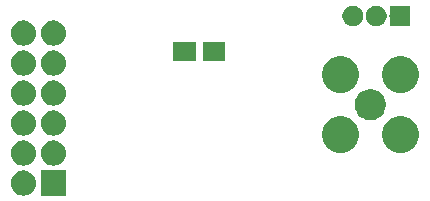
<source format=gbr>
%TF.GenerationSoftware,KiCad,Pcbnew,5.0.1+dfsg1-3~bpo9+1*%
%TF.CreationDate,2018-11-26T19:57:12+01:00*%
%TF.ProjectId,LoRa_PMOD,4C6F52615F504D4F442E6B696361645F,rev?*%
%TF.SameCoordinates,Original*%
%TF.FileFunction,Soldermask,Bot*%
%TF.FilePolarity,Negative*%
%FSLAX46Y46*%
G04 Gerber Fmt 4.6, Leading zero omitted, Abs format (unit mm)*
G04 Created by KiCad (PCBNEW 5.0.1+dfsg1-3~bpo9+1) date Mon 26 Nov 2018 07:57:12 PM CET*
%MOMM*%
%LPD*%
G01*
G04 APERTURE LIST*
%ADD10C,0.100000*%
G04 APERTURE END LIST*
D10*
G36*
X101728600Y-118208600D02*
X99601400Y-118208600D01*
X99601400Y-116081400D01*
X101728600Y-116081400D01*
X101728600Y-118208600D01*
X101728600Y-118208600D01*
G37*
G36*
X98333503Y-116096789D02*
X98533991Y-116157607D01*
X98718764Y-116256369D01*
X98880718Y-116389282D01*
X99013631Y-116551236D01*
X99112393Y-116736009D01*
X99173211Y-116936497D01*
X99193746Y-117145000D01*
X99173211Y-117353503D01*
X99112393Y-117553991D01*
X99013631Y-117738764D01*
X98880718Y-117900718D01*
X98718764Y-118033631D01*
X98533991Y-118132393D01*
X98333503Y-118193211D01*
X98177251Y-118208600D01*
X98072749Y-118208600D01*
X97916497Y-118193211D01*
X97716009Y-118132393D01*
X97531236Y-118033631D01*
X97369282Y-117900718D01*
X97236369Y-117738764D01*
X97137607Y-117553991D01*
X97076789Y-117353503D01*
X97056254Y-117145000D01*
X97076789Y-116936497D01*
X97137607Y-116736009D01*
X97236369Y-116551236D01*
X97369282Y-116389282D01*
X97531236Y-116256369D01*
X97716009Y-116157607D01*
X97916497Y-116096789D01*
X98072749Y-116081400D01*
X98177251Y-116081400D01*
X98333503Y-116096789D01*
X98333503Y-116096789D01*
G37*
G36*
X100873503Y-113556789D02*
X101073991Y-113617607D01*
X101258764Y-113716369D01*
X101420718Y-113849282D01*
X101553631Y-114011236D01*
X101652393Y-114196009D01*
X101713211Y-114396497D01*
X101733746Y-114605000D01*
X101713211Y-114813503D01*
X101652393Y-115013991D01*
X101553631Y-115198764D01*
X101420718Y-115360718D01*
X101258764Y-115493631D01*
X101073991Y-115592393D01*
X100873503Y-115653211D01*
X100717251Y-115668600D01*
X100612749Y-115668600D01*
X100456497Y-115653211D01*
X100256009Y-115592393D01*
X100071236Y-115493631D01*
X99909282Y-115360718D01*
X99776369Y-115198764D01*
X99677607Y-115013991D01*
X99616789Y-114813503D01*
X99596254Y-114605000D01*
X99616789Y-114396497D01*
X99677607Y-114196009D01*
X99776369Y-114011236D01*
X99909282Y-113849282D01*
X100071236Y-113716369D01*
X100256009Y-113617607D01*
X100456497Y-113556789D01*
X100612749Y-113541400D01*
X100717251Y-113541400D01*
X100873503Y-113556789D01*
X100873503Y-113556789D01*
G37*
G36*
X98333503Y-113556789D02*
X98533991Y-113617607D01*
X98718764Y-113716369D01*
X98880718Y-113849282D01*
X99013631Y-114011236D01*
X99112393Y-114196009D01*
X99173211Y-114396497D01*
X99193746Y-114605000D01*
X99173211Y-114813503D01*
X99112393Y-115013991D01*
X99013631Y-115198764D01*
X98880718Y-115360718D01*
X98718764Y-115493631D01*
X98533991Y-115592393D01*
X98333503Y-115653211D01*
X98177251Y-115668600D01*
X98072749Y-115668600D01*
X97916497Y-115653211D01*
X97716009Y-115592393D01*
X97531236Y-115493631D01*
X97369282Y-115360718D01*
X97236369Y-115198764D01*
X97137607Y-115013991D01*
X97076789Y-114813503D01*
X97056254Y-114605000D01*
X97076789Y-114396497D01*
X97137607Y-114196009D01*
X97236369Y-114011236D01*
X97369282Y-113849282D01*
X97531236Y-113716369D01*
X97716009Y-113617607D01*
X97916497Y-113556789D01*
X98072749Y-113541400D01*
X98177251Y-113541400D01*
X98333503Y-113556789D01*
X98333503Y-113556789D01*
G37*
G36*
X125190462Y-111485083D02*
X125417952Y-111530334D01*
X125703674Y-111648684D01*
X125960817Y-111820501D01*
X126179499Y-112039183D01*
X126351316Y-112296326D01*
X126469666Y-112582048D01*
X126530000Y-112885368D01*
X126530000Y-113194632D01*
X126469666Y-113497952D01*
X126351316Y-113783674D01*
X126179499Y-114040817D01*
X125960817Y-114259499D01*
X125703674Y-114431316D01*
X125417952Y-114549666D01*
X125190462Y-114594917D01*
X125114633Y-114610000D01*
X124805367Y-114610000D01*
X124729538Y-114594917D01*
X124502048Y-114549666D01*
X124216326Y-114431316D01*
X123959183Y-114259499D01*
X123740501Y-114040817D01*
X123568684Y-113783674D01*
X123450334Y-113497952D01*
X123390000Y-113194632D01*
X123390000Y-112885368D01*
X123450334Y-112582048D01*
X123568684Y-112296326D01*
X123740501Y-112039183D01*
X123959183Y-111820501D01*
X124216326Y-111648684D01*
X124502048Y-111530334D01*
X124729538Y-111485083D01*
X124805367Y-111470000D01*
X125114633Y-111470000D01*
X125190462Y-111485083D01*
X125190462Y-111485083D01*
G37*
G36*
X130270462Y-111485083D02*
X130497952Y-111530334D01*
X130783674Y-111648684D01*
X131040817Y-111820501D01*
X131259499Y-112039183D01*
X131431316Y-112296326D01*
X131549666Y-112582048D01*
X131610000Y-112885368D01*
X131610000Y-113194632D01*
X131549666Y-113497952D01*
X131431316Y-113783674D01*
X131259499Y-114040817D01*
X131040817Y-114259499D01*
X130783674Y-114431316D01*
X130497952Y-114549666D01*
X130270462Y-114594917D01*
X130194633Y-114610000D01*
X129885367Y-114610000D01*
X129809538Y-114594917D01*
X129582048Y-114549666D01*
X129296326Y-114431316D01*
X129039183Y-114259499D01*
X128820501Y-114040817D01*
X128648684Y-113783674D01*
X128530334Y-113497952D01*
X128470000Y-113194632D01*
X128470000Y-112885368D01*
X128530334Y-112582048D01*
X128648684Y-112296326D01*
X128820501Y-112039183D01*
X129039183Y-111820501D01*
X129296326Y-111648684D01*
X129582048Y-111530334D01*
X129809538Y-111485083D01*
X129885367Y-111470000D01*
X130194633Y-111470000D01*
X130270462Y-111485083D01*
X130270462Y-111485083D01*
G37*
G36*
X100873503Y-111016789D02*
X101073991Y-111077607D01*
X101258764Y-111176369D01*
X101420718Y-111309282D01*
X101553631Y-111471236D01*
X101652393Y-111656009D01*
X101713211Y-111856497D01*
X101733746Y-112065000D01*
X101713211Y-112273503D01*
X101652393Y-112473991D01*
X101553631Y-112658764D01*
X101420718Y-112820718D01*
X101258764Y-112953631D01*
X101073991Y-113052393D01*
X100873503Y-113113211D01*
X100717251Y-113128600D01*
X100612749Y-113128600D01*
X100456497Y-113113211D01*
X100256009Y-113052393D01*
X100071236Y-112953631D01*
X99909282Y-112820718D01*
X99776369Y-112658764D01*
X99677607Y-112473991D01*
X99616789Y-112273503D01*
X99596254Y-112065000D01*
X99616789Y-111856497D01*
X99677607Y-111656009D01*
X99776369Y-111471236D01*
X99909282Y-111309282D01*
X100071236Y-111176369D01*
X100256009Y-111077607D01*
X100456497Y-111016789D01*
X100612749Y-111001400D01*
X100717251Y-111001400D01*
X100873503Y-111016789D01*
X100873503Y-111016789D01*
G37*
G36*
X98333503Y-111016789D02*
X98533991Y-111077607D01*
X98718764Y-111176369D01*
X98880718Y-111309282D01*
X99013631Y-111471236D01*
X99112393Y-111656009D01*
X99173211Y-111856497D01*
X99193746Y-112065000D01*
X99173211Y-112273503D01*
X99112393Y-112473991D01*
X99013631Y-112658764D01*
X98880718Y-112820718D01*
X98718764Y-112953631D01*
X98533991Y-113052393D01*
X98333503Y-113113211D01*
X98177251Y-113128600D01*
X98072749Y-113128600D01*
X97916497Y-113113211D01*
X97716009Y-113052393D01*
X97531236Y-112953631D01*
X97369282Y-112820718D01*
X97236369Y-112658764D01*
X97137607Y-112473991D01*
X97076789Y-112273503D01*
X97056254Y-112065000D01*
X97076789Y-111856497D01*
X97137607Y-111656009D01*
X97236369Y-111471236D01*
X97369282Y-111309282D01*
X97531236Y-111176369D01*
X97716009Y-111077607D01*
X97916497Y-111016789D01*
X98072749Y-111001400D01*
X98177251Y-111001400D01*
X98333503Y-111016789D01*
X98333503Y-111016789D01*
G37*
G36*
X127885029Y-109230726D02*
X128125253Y-109330230D01*
X128125255Y-109330231D01*
X128333934Y-109469666D01*
X128341454Y-109474691D01*
X128525309Y-109658546D01*
X128669770Y-109874747D01*
X128769274Y-110114971D01*
X128820000Y-110369990D01*
X128820000Y-110630010D01*
X128769274Y-110885029D01*
X128669770Y-111125253D01*
X128669769Y-111125255D01*
X128635615Y-111176370D01*
X128525309Y-111341454D01*
X128341454Y-111525309D01*
X128341451Y-111525311D01*
X128125255Y-111669769D01*
X128125254Y-111669770D01*
X128125253Y-111669770D01*
X127885029Y-111769274D01*
X127630010Y-111820000D01*
X127369990Y-111820000D01*
X127114971Y-111769274D01*
X126874747Y-111669770D01*
X126874746Y-111669770D01*
X126874745Y-111669769D01*
X126658549Y-111525311D01*
X126658546Y-111525309D01*
X126474691Y-111341454D01*
X126364385Y-111176370D01*
X126330231Y-111125255D01*
X126330230Y-111125253D01*
X126230726Y-110885029D01*
X126180000Y-110630010D01*
X126180000Y-110369990D01*
X126230726Y-110114971D01*
X126330230Y-109874747D01*
X126474691Y-109658546D01*
X126658546Y-109474691D01*
X126666066Y-109469666D01*
X126874745Y-109330231D01*
X126874747Y-109330230D01*
X127114971Y-109230726D01*
X127369990Y-109180000D01*
X127630010Y-109180000D01*
X127885029Y-109230726D01*
X127885029Y-109230726D01*
G37*
G36*
X98333503Y-108476789D02*
X98533991Y-108537607D01*
X98718764Y-108636369D01*
X98880718Y-108769282D01*
X99013631Y-108931236D01*
X99112393Y-109116009D01*
X99173211Y-109316497D01*
X99193746Y-109525000D01*
X99173211Y-109733503D01*
X99112393Y-109933991D01*
X99013631Y-110118764D01*
X98880718Y-110280718D01*
X98718764Y-110413631D01*
X98533991Y-110512393D01*
X98333503Y-110573211D01*
X98177251Y-110588600D01*
X98072749Y-110588600D01*
X97916497Y-110573211D01*
X97716009Y-110512393D01*
X97531236Y-110413631D01*
X97369282Y-110280718D01*
X97236369Y-110118764D01*
X97137607Y-109933991D01*
X97076789Y-109733503D01*
X97056254Y-109525000D01*
X97076789Y-109316497D01*
X97137607Y-109116009D01*
X97236369Y-108931236D01*
X97369282Y-108769282D01*
X97531236Y-108636369D01*
X97716009Y-108537607D01*
X97916497Y-108476789D01*
X98072749Y-108461400D01*
X98177251Y-108461400D01*
X98333503Y-108476789D01*
X98333503Y-108476789D01*
G37*
G36*
X100873503Y-108476789D02*
X101073991Y-108537607D01*
X101258764Y-108636369D01*
X101420718Y-108769282D01*
X101553631Y-108931236D01*
X101652393Y-109116009D01*
X101713211Y-109316497D01*
X101733746Y-109525000D01*
X101713211Y-109733503D01*
X101652393Y-109933991D01*
X101553631Y-110118764D01*
X101420718Y-110280718D01*
X101258764Y-110413631D01*
X101073991Y-110512393D01*
X100873503Y-110573211D01*
X100717251Y-110588600D01*
X100612749Y-110588600D01*
X100456497Y-110573211D01*
X100256009Y-110512393D01*
X100071236Y-110413631D01*
X99909282Y-110280718D01*
X99776369Y-110118764D01*
X99677607Y-109933991D01*
X99616789Y-109733503D01*
X99596254Y-109525000D01*
X99616789Y-109316497D01*
X99677607Y-109116009D01*
X99776369Y-108931236D01*
X99909282Y-108769282D01*
X100071236Y-108636369D01*
X100256009Y-108537607D01*
X100456497Y-108476789D01*
X100612749Y-108461400D01*
X100717251Y-108461400D01*
X100873503Y-108476789D01*
X100873503Y-108476789D01*
G37*
G36*
X125190462Y-106405084D02*
X125417952Y-106450334D01*
X125703674Y-106568684D01*
X125960817Y-106740501D01*
X126179499Y-106959183D01*
X126351316Y-107216326D01*
X126469666Y-107502048D01*
X126530000Y-107805368D01*
X126530000Y-108114632D01*
X126469666Y-108417952D01*
X126351316Y-108703674D01*
X126179499Y-108960817D01*
X125960817Y-109179499D01*
X125703674Y-109351316D01*
X125417952Y-109469666D01*
X125190462Y-109514917D01*
X125114633Y-109530000D01*
X124805367Y-109530000D01*
X124729538Y-109514917D01*
X124502048Y-109469666D01*
X124216326Y-109351316D01*
X123959183Y-109179499D01*
X123740501Y-108960817D01*
X123568684Y-108703674D01*
X123450334Y-108417952D01*
X123390000Y-108114632D01*
X123390000Y-107805368D01*
X123450334Y-107502048D01*
X123568684Y-107216326D01*
X123740501Y-106959183D01*
X123959183Y-106740501D01*
X124216326Y-106568684D01*
X124502048Y-106450334D01*
X124729538Y-106405084D01*
X124805367Y-106390000D01*
X125114633Y-106390000D01*
X125190462Y-106405084D01*
X125190462Y-106405084D01*
G37*
G36*
X130270462Y-106405084D02*
X130497952Y-106450334D01*
X130783674Y-106568684D01*
X131040817Y-106740501D01*
X131259499Y-106959183D01*
X131431316Y-107216326D01*
X131549666Y-107502048D01*
X131610000Y-107805368D01*
X131610000Y-108114632D01*
X131549666Y-108417952D01*
X131431316Y-108703674D01*
X131259499Y-108960817D01*
X131040817Y-109179499D01*
X130783674Y-109351316D01*
X130497952Y-109469666D01*
X130270462Y-109514917D01*
X130194633Y-109530000D01*
X129885367Y-109530000D01*
X129809538Y-109514917D01*
X129582048Y-109469666D01*
X129296326Y-109351316D01*
X129039183Y-109179499D01*
X128820501Y-108960817D01*
X128648684Y-108703674D01*
X128530334Y-108417952D01*
X128470000Y-108114632D01*
X128470000Y-107805368D01*
X128530334Y-107502048D01*
X128648684Y-107216326D01*
X128820501Y-106959183D01*
X129039183Y-106740501D01*
X129296326Y-106568684D01*
X129582048Y-106450334D01*
X129809538Y-106405084D01*
X129885367Y-106390000D01*
X130194633Y-106390000D01*
X130270462Y-106405084D01*
X130270462Y-106405084D01*
G37*
G36*
X100873503Y-105936789D02*
X101073991Y-105997607D01*
X101258764Y-106096369D01*
X101420718Y-106229282D01*
X101553631Y-106391236D01*
X101652393Y-106576009D01*
X101713211Y-106776497D01*
X101733746Y-106985000D01*
X101713211Y-107193503D01*
X101652393Y-107393991D01*
X101553631Y-107578764D01*
X101420718Y-107740718D01*
X101258764Y-107873631D01*
X101073991Y-107972393D01*
X100873503Y-108033211D01*
X100717251Y-108048600D01*
X100612749Y-108048600D01*
X100456497Y-108033211D01*
X100256009Y-107972393D01*
X100071236Y-107873631D01*
X99909282Y-107740718D01*
X99776369Y-107578764D01*
X99677607Y-107393991D01*
X99616789Y-107193503D01*
X99596254Y-106985000D01*
X99616789Y-106776497D01*
X99677607Y-106576009D01*
X99776369Y-106391236D01*
X99909282Y-106229282D01*
X100071236Y-106096369D01*
X100256009Y-105997607D01*
X100456497Y-105936789D01*
X100612749Y-105921400D01*
X100717251Y-105921400D01*
X100873503Y-105936789D01*
X100873503Y-105936789D01*
G37*
G36*
X98333503Y-105936789D02*
X98533991Y-105997607D01*
X98718764Y-106096369D01*
X98880718Y-106229282D01*
X99013631Y-106391236D01*
X99112393Y-106576009D01*
X99173211Y-106776497D01*
X99193746Y-106985000D01*
X99173211Y-107193503D01*
X99112393Y-107393991D01*
X99013631Y-107578764D01*
X98880718Y-107740718D01*
X98718764Y-107873631D01*
X98533991Y-107972393D01*
X98333503Y-108033211D01*
X98177251Y-108048600D01*
X98072749Y-108048600D01*
X97916497Y-108033211D01*
X97716009Y-107972393D01*
X97531236Y-107873631D01*
X97369282Y-107740718D01*
X97236369Y-107578764D01*
X97137607Y-107393991D01*
X97076789Y-107193503D01*
X97056254Y-106985000D01*
X97076789Y-106776497D01*
X97137607Y-106576009D01*
X97236369Y-106391236D01*
X97369282Y-106229282D01*
X97531236Y-106096369D01*
X97716009Y-105997607D01*
X97916497Y-105936789D01*
X98072749Y-105921400D01*
X98177251Y-105921400D01*
X98333503Y-105936789D01*
X98333503Y-105936789D01*
G37*
G36*
X112700000Y-106825000D02*
X110800000Y-106825000D01*
X110800000Y-105175000D01*
X112700000Y-105175000D01*
X112700000Y-106825000D01*
X112700000Y-106825000D01*
G37*
G36*
X115200000Y-106825000D02*
X113300000Y-106825000D01*
X113300000Y-105175000D01*
X115200000Y-105175000D01*
X115200000Y-106825000D01*
X115200000Y-106825000D01*
G37*
G36*
X98333503Y-103396789D02*
X98533991Y-103457607D01*
X98718764Y-103556369D01*
X98880718Y-103689282D01*
X99013631Y-103851236D01*
X99112393Y-104036009D01*
X99173211Y-104236497D01*
X99193746Y-104445000D01*
X99173211Y-104653503D01*
X99112393Y-104853991D01*
X99013631Y-105038764D01*
X98880718Y-105200718D01*
X98718764Y-105333631D01*
X98533991Y-105432393D01*
X98333503Y-105493211D01*
X98177251Y-105508600D01*
X98072749Y-105508600D01*
X97916497Y-105493211D01*
X97716009Y-105432393D01*
X97531236Y-105333631D01*
X97369282Y-105200718D01*
X97236369Y-105038764D01*
X97137607Y-104853991D01*
X97076789Y-104653503D01*
X97056254Y-104445000D01*
X97076789Y-104236497D01*
X97137607Y-104036009D01*
X97236369Y-103851236D01*
X97369282Y-103689282D01*
X97531236Y-103556369D01*
X97716009Y-103457607D01*
X97916497Y-103396789D01*
X98072749Y-103381400D01*
X98177251Y-103381400D01*
X98333503Y-103396789D01*
X98333503Y-103396789D01*
G37*
G36*
X100873503Y-103396789D02*
X101073991Y-103457607D01*
X101258764Y-103556369D01*
X101420718Y-103689282D01*
X101553631Y-103851236D01*
X101652393Y-104036009D01*
X101713211Y-104236497D01*
X101733746Y-104445000D01*
X101713211Y-104653503D01*
X101652393Y-104853991D01*
X101553631Y-105038764D01*
X101420718Y-105200718D01*
X101258764Y-105333631D01*
X101073991Y-105432393D01*
X100873503Y-105493211D01*
X100717251Y-105508600D01*
X100612749Y-105508600D01*
X100456497Y-105493211D01*
X100256009Y-105432393D01*
X100071236Y-105333631D01*
X99909282Y-105200718D01*
X99776369Y-105038764D01*
X99677607Y-104853991D01*
X99616789Y-104653503D01*
X99596254Y-104445000D01*
X99616789Y-104236497D01*
X99677607Y-104036009D01*
X99776369Y-103851236D01*
X99909282Y-103689282D01*
X100071236Y-103556369D01*
X100256009Y-103457607D01*
X100456497Y-103396789D01*
X100612749Y-103381400D01*
X100717251Y-103381400D01*
X100873503Y-103396789D01*
X100873503Y-103396789D01*
G37*
G36*
X126255228Y-102158625D02*
X126414467Y-102224584D01*
X126557783Y-102320345D01*
X126679655Y-102442217D01*
X126775416Y-102585533D01*
X126841375Y-102744772D01*
X126877402Y-102925895D01*
X126884515Y-102949344D01*
X126896066Y-102970955D01*
X126911611Y-102989897D01*
X126923921Y-103000000D01*
X126911612Y-103010102D01*
X126896066Y-103029044D01*
X126884515Y-103050655D01*
X126877402Y-103074105D01*
X126841375Y-103255228D01*
X126775416Y-103414467D01*
X126679655Y-103557783D01*
X126557783Y-103679655D01*
X126414467Y-103775416D01*
X126255228Y-103841375D01*
X126086181Y-103875000D01*
X125913819Y-103875000D01*
X125744772Y-103841375D01*
X125585533Y-103775416D01*
X125442217Y-103679655D01*
X125320345Y-103557783D01*
X125224584Y-103414467D01*
X125158625Y-103255228D01*
X125125000Y-103086181D01*
X125125000Y-102913819D01*
X125158625Y-102744772D01*
X125224584Y-102585533D01*
X125320345Y-102442217D01*
X125442217Y-102320345D01*
X125585533Y-102224584D01*
X125744772Y-102158625D01*
X125913819Y-102125000D01*
X126086181Y-102125000D01*
X126255228Y-102158625D01*
X126255228Y-102158625D01*
G37*
G36*
X128255228Y-102158625D02*
X128414467Y-102224584D01*
X128557783Y-102320345D01*
X128679655Y-102442217D01*
X128775416Y-102585533D01*
X128841375Y-102744772D01*
X128877402Y-102925895D01*
X128884515Y-102949344D01*
X128896066Y-102970955D01*
X128911611Y-102989897D01*
X128923921Y-103000000D01*
X128911612Y-103010103D01*
X128896066Y-103029045D01*
X128884515Y-103050656D01*
X128877402Y-103074105D01*
X128841375Y-103255228D01*
X128775416Y-103414467D01*
X128679655Y-103557783D01*
X128557783Y-103679655D01*
X128414467Y-103775416D01*
X128255228Y-103841375D01*
X128086181Y-103875000D01*
X127913819Y-103875000D01*
X127744772Y-103841375D01*
X127585533Y-103775416D01*
X127442217Y-103679655D01*
X127320345Y-103557783D01*
X127224584Y-103414467D01*
X127158625Y-103255228D01*
X127122598Y-103074105D01*
X127115485Y-103050656D01*
X127103934Y-103029045D01*
X127088389Y-103010103D01*
X127076079Y-103000000D01*
X127088388Y-102989898D01*
X127103934Y-102970956D01*
X127115485Y-102949345D01*
X127122598Y-102925895D01*
X127158625Y-102744772D01*
X127224584Y-102585533D01*
X127320345Y-102442217D01*
X127442217Y-102320345D01*
X127585533Y-102224584D01*
X127744772Y-102158625D01*
X127913819Y-102125000D01*
X128086181Y-102125000D01*
X128255228Y-102158625D01*
X128255228Y-102158625D01*
G37*
G36*
X130875000Y-103875000D02*
X129125000Y-103875000D01*
X129125000Y-103098491D01*
X129122598Y-103074105D01*
X129115485Y-103050656D01*
X129103934Y-103029045D01*
X129088388Y-103010103D01*
X129076078Y-103000000D01*
X129088388Y-102989898D01*
X129103934Y-102970956D01*
X129115485Y-102949345D01*
X129122598Y-102925896D01*
X129125000Y-102901509D01*
X129125000Y-102125000D01*
X130875000Y-102125000D01*
X130875000Y-103875000D01*
X130875000Y-103875000D01*
G37*
M02*

</source>
